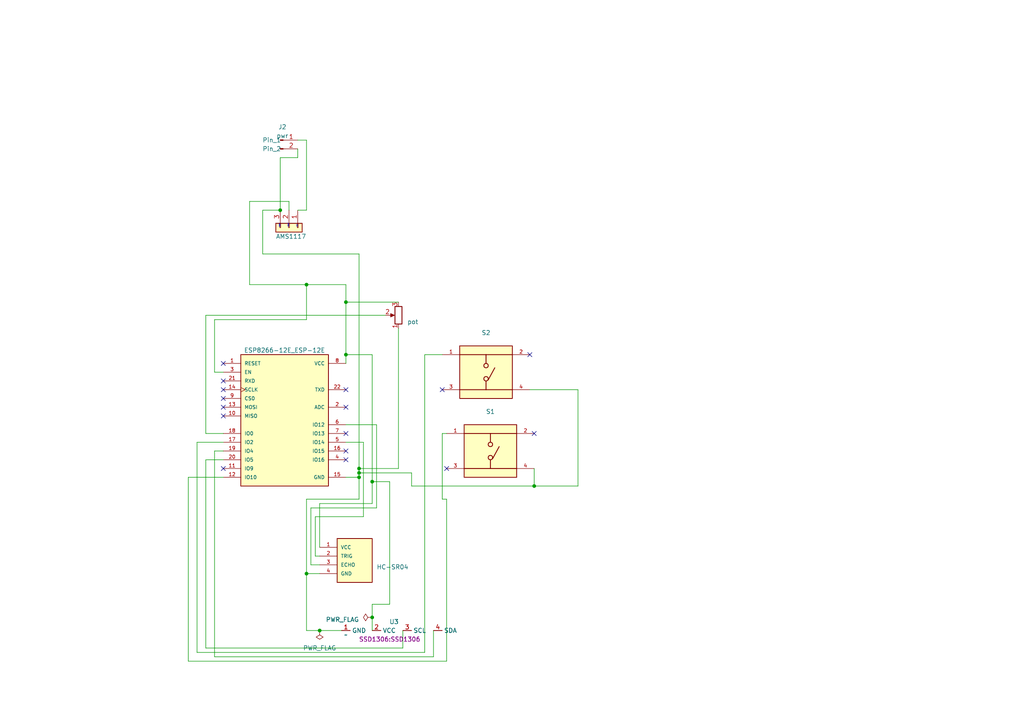
<source format=kicad_sch>
(kicad_sch (version 20230121) (generator eeschema)
  (paper "A4")
  (lib_symbols
    (symbol "Connector:Conn_01x02_Pin" (pin_names (offset 1.016))
      (property "Reference" "J" (at 0 2.54 0))
      (property "Value" "Conn_01x02_Pin" (at 0 -5.08 0))
      (symbol "Conn_01x02_Pin_1_1"
        (polyline (pts (xy 1.27 -2.54) (xy 0.8636 -2.54)) (stroke (width 0.1524)))
        (polyline (pts (xy 1.27 0) (xy 0.8636 0)) (stroke (width 0.1524)))
        (rectangle (start 0.8636 -2.413) (end 0 -2.667) (stroke (width 0.1524)) (fill (type outline)))
        (rectangle (start 0.8636 0.127) (end 0 -0.127) (stroke (width 0.1524)) (fill (type outline)))
        (pin passive line (at 5.08 0 180) (length 3.81) (name "Pin_1") (number "1"))
        (pin passive line (at 5.08 -2.54 180) (length 3.81) (name "Pin_2") (number "2"))
      )
    )
    (symbol "Connector_Generic:Conn_01x03" (pin_names (offset 1.016) hide)
      (property "Reference" "J" (at 0 5.08 0))
      (property "Value" "Conn_01x03" (at 0 -5.08 0))
      (symbol "Conn_01x03_1_1"
        (rectangle (start -1.27 -2.413) (end 0 -2.667) (stroke (width 0.1524)))
        (rectangle (start -1.27 0.127) (end 0 -0.127) (stroke (width 0.1524)))
        (rectangle (start -1.27 2.667) (end 0 2.413) (stroke (width 0.1524)))
        (rectangle (start -1.27 3.81) (end 1.27 -3.81) (stroke (width 0.254)) (fill (type background)))
        (pin passive line (at -5.08 2.54 0) (length 3.81) (name "Pin_1") (number "1"))
        (pin passive line (at -5.08 0 0) (length 3.81) (name "Pin_2") (number "2"))
        (pin passive line (at -5.08 -2.54 0) (length 3.81) (name "Pin_3") (number "3"))
      )
    )
    (symbol "Device:R_Potentiometer" (pin_names (offset 1.016) hide)
      (property "Reference" "RV" (at -4.445 0 90))
      (property "Value" "R_Potentiometer" (at -2.54 0 90))
      (symbol "R_Potentiometer_0_1"
        (polyline (pts (xy 2.54 0) (xy 1.524 0)))
        (polyline (pts (xy 1.143 0) (xy 2.286 0.508) (xy 2.286 -0.508) (xy 1.143 0)) (fill (type outline)))
        (rectangle (start 1.016 2.54) (end -1.016 -2.54) (stroke (width 0.254)))
      )
      (symbol "R_Potentiometer_1_1"
        (pin passive line (at 0 3.81 270) (length 1.27) (name "1") (number "1"))
        (pin passive line (at 3.81 0 180) (length 1.27) (name "2") (number "2"))
        (pin passive line (at 0 -3.81 90) (length 1.27) (name "3") (number "3"))
      )
    )
    (symbol "ESP8266-12E_ESP-12E:ESP8266-12E_ESP-12E" (pin_names (offset 1.016))
      (property "Reference" "U" (at -12.7161 18.3112 0))
      (property "Value" "ESP8266-12E_ESP-12E" (at -12.7084 -23.3835 0))
      (symbol "ESP8266-12E_ESP-12E_0_0"
        (rectangle (start -12.7 -20.32) (end 12.7 17.78) (stroke (width 0.254)) (fill (type background)))
        (pin input line (at -17.78 15.24 0) (length 5.08) (name "RESET") (number "1"))
        (pin bidirectional line (at -17.78 0 0) (length 5.08) (name "MISO") (number "10"))
        (pin bidirectional line (at -17.78 -15.24 0) (length 5.08) (name "IO9") (number "11"))
        (pin bidirectional line (at -17.78 -17.78 0) (length 5.08) (name "IO10") (number "12"))
        (pin bidirectional line (at -17.78 2.54 0) (length 5.08) (name "MOSI") (number "13"))
        (pin input clock (at -17.78 7.62 0) (length 5.08) (name "SCLK") (number "14"))
        (pin power_in line (at 17.78 -17.78 180) (length 5.08) (name "GND") (number "15"))
        (pin bidirectional line (at 17.78 -10.16 180) (length 5.08) (name "IO15") (number "16"))
        (pin bidirectional line (at -17.78 -7.62 0) (length 5.08) (name "IO2") (number "17"))
        (pin bidirectional line (at -17.78 -5.08 0) (length 5.08) (name "IO0") (number "18"))
        (pin bidirectional line (at -17.78 -10.16 0) (length 5.08) (name "IO4") (number "19"))
        (pin passive line (at 17.78 2.54 180) (length 5.08) (name "ADC") (number "2"))
        (pin bidirectional line (at -17.78 -12.7 0) (length 5.08) (name "IO5") (number "20"))
        (pin input line (at -17.78 10.16 0) (length 5.08) (name "RXD") (number "21"))
        (pin output line (at 17.78 7.62 180) (length 5.08) (name "TXD") (number "22"))
        (pin input line (at -17.78 12.7 0) (length 5.08) (name "EN") (number "3"))
        (pin bidirectional line (at 17.78 -12.7 180) (length 5.08) (name "IO16") (number "4"))
        (pin bidirectional line (at 17.78 -7.62 180) (length 5.08) (name "IO14") (number "5"))
        (pin bidirectional line (at 17.78 -2.54 180) (length 5.08) (name "IO12") (number "6"))
        (pin bidirectional line (at 17.78 -5.08 180) (length 5.08) (name "IO13") (number "7"))
        (pin power_in line (at 17.78 15.24 180) (length 5.08) (name "VCC") (number "8"))
        (pin input line (at -17.78 5.08 0) (length 5.08) (name "CS0") (number "9"))
      )
    )
    (symbol "HC-SR04:HC-SR04" (pin_names (offset 1.016))
      (property "Reference" "U" (at 0 5.0813 0))
      (property "Value" "HC-SR04" (at 0 -10.163 0))
      (symbol "HC-SR04_0_0"
        (rectangle (start 0 -7.62) (end 10.16 5.08) (stroke (width 0.254)) (fill (type background)))
        (pin power_in line (at -5.08 2.54 0) (length 5.08) (name "VCC") (number "1"))
        (pin bidirectional line (at -5.08 0 0) (length 5.08) (name "TRIG") (number "2"))
        (pin bidirectional line (at -5.08 -2.54 0) (length 5.08) (name "ECHO") (number "3"))
        (pin power_in line (at -5.08 -5.08 0) (length 5.08) (name "GND") (number "4"))
      )
    )
    (symbol "SSD1306_symbol:SSD1306"
      (property "Reference" "U" (at 0 0 0))
      (symbol "SSD1306_1_1"
        (pin power_in line (at -1.27 1.27 0) (length 2.54) (name "GND") (number "1"))
        (pin power_in line (at 7.62 1.27 0) (length 2.54) (name "VCC") (number "2"))
        (pin bidirectional line (at 16.51 1.27 0) (length 2.54) (name "SCL") (number "3"))
        (pin bidirectional line (at 25.4 1.27 0) (length 2.54) (name "SDA") (number "4"))
      )
    )
    (symbol "TS02-66-43-BK-100-SCR-D:TS02-66-43-BK-100-SCR-D" (pin_names (offset 1.016))
      (property "Reference" "S" (at -7.62 8.382 0))
      (property "Value" "TS02-66-43-BK-100-SCR-D" (at -7.62 -8.382 0))
      (symbol "TS02-66-43-BK-100-SCR-D_0_0"
        (rectangle (start -7.62 -7.62) (end 7.62 7.62) (stroke (width 0.254)) (fill (type background)))
        (circle (center 0 -1.905) (radius 0.635) (stroke (width 0.254)))
        (polyline (pts (xy 0 -5.08) (xy -7.62 -5.08)) (stroke (width 0.254)))
        (polyline (pts (xy 0 -5.08) (xy 7.62 -5.08)) (stroke (width 0.254)))
        (polyline (pts (xy 0 -2.54) (xy 0 -5.08)) (stroke (width 0.254)))
        (polyline (pts (xy 0 5.08) (xy -7.62 5.08)) (stroke (width 0.254)))
        (polyline (pts (xy 0 5.08) (xy 0 2.54)) (stroke (width 0.254)))
        (polyline (pts (xy 0 5.08) (xy 7.62 5.08)) (stroke (width 0.254)))
        (polyline (pts (xy 0.635 -2.2225) (xy 2.54 1.27)) (stroke (width 0.254)))
        (circle (center 0 1.905) (radius 0.635) (stroke (width 0.254)))
        (pin passive line (at -12.7 5.08 0) (length 5.08) (name "~") (number "1"))
        (pin passive line (at 12.7 5.08 180) (length 5.08) (name "~") (number "2"))
        (pin passive line (at -12.7 -5.08 0) (length 5.08) (name "~") (number "3"))
        (pin passive line (at 12.7 -5.08 180) (length 5.08) (name "~") (number "4"))
      )
    )
    (symbol "power:PWR_FLAG" (power) (pin_numbers hide) (pin_names (offset 0) hide)
      (property "Value" "PWR_FLAG" (at 0 3.81 0))
      (symbol "PWR_FLAG_0_0"
        (pin power_out line (at 0 0 90) (length 0) (name "pwr") (number "1"))
      )
      (symbol "PWR_FLAG_0_1"
        (polyline (pts (xy 0 0) (xy 0 1.27) (xy -1.016 1.905) (xy 0 2.54) (xy 1.016 1.905) (xy 0 1.27)))
      )
    )
  )
  (junction (at 100.33 102.87))
  (junction (at 104.14 135.89))
  (junction (at 107.95 139.7))
  (junction (at 88.9 166.37))
  (junction (at 100.33 87.63))
  (junction (at 92.71 182.88))
  (junction (at 81.28 60.96))
  (junction (at 88.9 82.55))
  (junction (at 104.14 137.16))
  (junction (at 154.94 140.97))
  (junction (at 104.14 138.43))
  (junction (at 107.95 179.07))
  (no_connect (at 64.77 110.49))
  (no_connect (at 64.77 118.11))
  (no_connect (at 100.33 113.03))
  (no_connect (at 129.54 135.89))
  (no_connect (at 154.94 125.73))
  (no_connect (at 153.67 102.87))
  (no_connect (at 64.77 135.89))
  (no_connect (at 64.77 105.41))
  (no_connect (at 100.33 118.11))
  (no_connect (at 64.77 113.03))
  (no_connect (at 100.33 125.73))
  (no_connect (at 128.27 113.03))
  (no_connect (at 64.77 115.57))
  (no_connect (at 64.77 120.65))
  (no_connect (at 100.33 133.35))
  (no_connect (at 100.33 130.81))
  (wire (pts (xy 128.27 144.78) (xy 128.27 125.73)))
  (wire (pts (xy 115.57 95.25) (xy 115.57 135.89)))
  (wire (pts (xy 83.82 58.42) (xy 72.39 58.42)))
  (wire (pts (xy 88.9 92.71) (xy 88.9 82.55)))
  (wire (pts (xy 59.69 187.96) (xy 59.69 133.35)))
  (wire (pts (xy 104.14 137.16) (xy 104.14 138.43)))
  (wire (pts (xy 88.9 144.78) (xy 104.14 144.78)))
  (wire (pts (xy 92.71 182.88) (xy 99.06 182.88)))
  (wire (pts (xy 62.23 107.95) (xy 62.23 92.71)))
  (wire (pts (xy 104.14 73.66) (xy 104.14 135.89)))
  (wire (pts (xy 107.95 102.87) (xy 100.33 102.87)))
  (wire (pts (xy 92.71 146.05) (xy 107.95 146.05)))
  (wire (pts (xy 91.44 149.86) (xy 105.41 149.86)))
  (wire (pts (xy 59.69 91.44) (xy 59.69 125.73)))
  (wire (pts (xy 59.69 125.73) (xy 64.77 125.73)))
  (wire (pts (xy 90.17 147.32) (xy 109.22 147.32)))
  (wire (pts (xy 105.41 128.27) (xy 100.33 128.27)))
  (wire (pts (xy 116.84 187.96) (xy 59.69 187.96)))
  (wire (pts (xy 154.94 140.97) (xy 119.38 140.97)))
  (wire (pts (xy 104.14 135.89) (xy 115.57 135.89)))
  (wire (pts (xy 86.36 40.64) (xy 88.9 40.64)))
  (wire (pts (xy 123.19 189.23) (xy 57.15 189.23)))
  (wire (pts (xy 125.73 190.5) (xy 62.23 190.5)))
  (wire (pts (xy 153.67 113.03) (xy 167.64 113.03)))
  (wire (pts (xy 72.39 82.55) (xy 88.9 82.55)))
  (wire (pts (xy 125.73 182.88) (xy 125.73 190.5)))
  (wire (pts (xy 167.64 140.97) (xy 154.94 140.97)))
  (wire (pts (xy 62.23 130.81) (xy 64.77 130.81)))
  (wire (pts (xy 119.38 140.97) (xy 119.38 137.16)))
  (wire (pts (xy 91.44 161.29) (xy 91.44 149.86)))
  (wire (pts (xy 107.95 179.07) (xy 107.95 182.88)))
  (wire (pts (xy 81.28 45.72) (xy 81.28 60.96)))
  (wire (pts (xy 57.15 128.27) (xy 64.77 128.27)))
  (wire (pts (xy 113.03 175.26) (xy 113.03 139.7)))
  (wire (pts (xy 62.23 190.5) (xy 62.23 130.81)))
  (wire (pts (xy 88.9 182.88) (xy 92.71 182.88)))
  (wire (pts (xy 81.28 60.96) (xy 76.2 60.96)))
  (wire (pts (xy 100.33 87.63) (xy 100.33 102.87)))
  (wire (pts (xy 88.9 182.88) (xy 88.9 166.37)))
  (wire (pts (xy 104.14 135.89) (xy 104.14 137.16)))
  (wire (pts (xy 88.9 166.37) (xy 88.9 144.78)))
  (wire (pts (xy 105.41 149.86) (xy 105.41 128.27)))
  (wire (pts (xy 100.33 138.43) (xy 104.14 138.43)))
  (wire (pts (xy 109.22 147.32) (xy 109.22 123.19)))
  (wire (pts (xy 111.76 91.44) (xy 59.69 91.44)))
  (wire (pts (xy 104.14 138.43) (xy 104.14 144.78)))
  (wire (pts (xy 92.71 158.75) (xy 92.71 146.05)))
  (wire (pts (xy 154.94 135.89) (xy 154.94 140.97)))
  (wire (pts (xy 76.2 73.66) (xy 104.14 73.66)))
  (wire (pts (xy 100.33 87.63) (xy 115.57 87.63)))
  (wire (pts (xy 54.61 138.43) (xy 64.77 138.43)))
  (wire (pts (xy 107.95 175.26) (xy 113.03 175.26)))
  (wire (pts (xy 100.33 102.87) (xy 100.33 105.41)))
  (wire (pts (xy 88.9 82.55) (xy 100.33 82.55)))
  (wire (pts (xy 92.71 163.83) (xy 90.17 163.83)))
  (wire (pts (xy 88.9 40.64) (xy 88.9 60.96)))
  (wire (pts (xy 123.19 102.87) (xy 123.19 189.23)))
  (wire (pts (xy 86.36 43.18) (xy 86.36 45.72)))
  (wire (pts (xy 128.27 125.73) (xy 129.54 125.73)))
  (wire (pts (xy 129.54 144.78) (xy 128.27 144.78)))
  (wire (pts (xy 54.61 191.77) (xy 129.54 191.77)))
  (wire (pts (xy 86.36 45.72) (xy 81.28 45.72)))
  (wire (pts (xy 128.27 102.87) (xy 123.19 102.87)))
  (wire (pts (xy 59.69 133.35) (xy 64.77 133.35)))
  (wire (pts (xy 57.15 189.23) (xy 57.15 128.27)))
  (wire (pts (xy 100.33 82.55) (xy 100.33 87.63)))
  (wire (pts (xy 88.9 60.96) (xy 86.36 60.96)))
  (wire (pts (xy 92.71 166.37) (xy 88.9 166.37)))
  (wire (pts (xy 76.2 60.96) (xy 76.2 73.66)))
  (wire (pts (xy 129.54 191.77) (xy 129.54 144.78)))
  (wire (pts (xy 83.82 60.96) (xy 83.82 58.42)))
  (wire (pts (xy 107.95 175.26) (xy 107.95 179.07)))
  (wire (pts (xy 54.61 191.77) (xy 54.61 138.43)))
  (wire (pts (xy 64.77 107.95) (xy 62.23 107.95)))
  (wire (pts (xy 72.39 58.42) (xy 72.39 82.55)))
  (wire (pts (xy 113.03 139.7) (xy 107.95 139.7)))
  (wire (pts (xy 90.17 163.83) (xy 90.17 147.32)))
  (wire (pts (xy 167.64 113.03) (xy 167.64 140.97)))
  (wire (pts (xy 104.14 137.16) (xy 119.38 137.16)))
  (wire (pts (xy 116.84 182.88) (xy 116.84 187.96)))
  (wire (pts (xy 62.23 92.71) (xy 88.9 92.71)))
  (wire (pts (xy 107.95 146.05) (xy 107.95 139.7)))
  (wire (pts (xy 92.71 161.29) (xy 91.44 161.29)))
  (wire (pts (xy 107.95 139.7) (xy 107.95 102.87)))
  (wire (pts (xy 100.33 123.19) (xy 109.22 123.19)))
  (text "VIN" (at 86.36 66.04 90) (effects (font (size 0.3 0.3)) (justify left bottom)))
  (text "VOUT" (at 83.82 66.04 90) (effects (font (size 0.3 0.3)) (justify left bottom)))
  (text "GND" (at 81.28 66.04 90) (effects (font (size 0.3 0.3)) (justify left bottom)))
  (symbol (lib_id "Connector_Generic:Conn_01x03") (at 83.82 66.04 270) (unit 1)
    (property "Reference" "J1" (effects hide))
    (property "Value" "AMS1117" (at 80.01 68.58 90) (effects (justify left)))
    (property "Footprint" "ams:ams_oma" (effects hide))
  )
  (symbol (lib_id "Device:R_Potentiometer") (at 115.57 91.44 180) (unit 1)
    (property "Reference" "RV1" (effects hide))
    (property "Value" "pot" (at 118.11 93.345 0) (effects (justify right)))
    (property "Footprint" "Pot_uus:Potentiometer_Alps_RK09Y11_Single_Horizontal" (effects hide))
  )
  (symbol (lib_id "power:PWR_FLAG") (at 92.71 182.88 180) (unit 1)
    (property "Reference" "#FLG02" (effects hide))
    (property "Value" "PWR_FLAG" (at 92.71 187.96 0))
  )
  (symbol (lib_id "TS02-66-43-BK-100-SCR-D:TS02-66-43-BK-100-SCR-D") (at 142.24 130.81 0) (unit 1)
    (property "Reference" "S1" (at 142.24 119.38 0))
    (property "Value" "TS02-66-43-BK-100-SCR-D" (effects hide))
    (property "Footprint" "Pushbutton:SW_TS02-66-43-BK-100-SCR-D" (effects hide))
    (property "MF" "Same Sky" (effects hide))
    (property "Description" "\n                        \n                            6 x 6 mm, 4.3 mm Actuator Height, 100 gf, Black, Short Crimped, Through Hole, SPST, Tactile Switch\n                        \n" (effects hide))
    (property "Package" "None" (effects hide))
    (property "Price" "None" (effects hide))
    (property "Check_prices" "https://www.snapeda.com/parts/TS02-66-43-BK-100-SCR-D/Same+Sky/view-part/?ref=eda" (effects hide))
    (property "STANDARD" "Manufacturer Recommendations" (effects hide))
    (property "PARTREV" "1.0" (effects hide))
    (property "SnapEDA_Link" "https://www.snapeda.com/parts/TS02-66-43-BK-100-SCR-D/Same+Sky/view-part/?ref=snap" (effects hide))
    (property "MP" "TS02-66-43-BK-100-SCR-D" (effects hide))
    (property "Availability" "In Stock" (effects hide))
    (property "MANUFACTURER" "CUI Devices" (effects hide))
  )
  (symbol (lib_id "TS02-66-43-BK-100-SCR-D:TS02-66-43-BK-100-SCR-D") (at 140.97 107.95 0) (unit 1)
    (property "Reference" "S2" (at 140.97 96.52 0))
    (property "Value" "TS02-66-43-BK-100-SCR-D" (effects hide))
    (property "Footprint" "Pushbutton:SW_TS02-66-43-BK-100-SCR-D" (effects hide))
    (property "MF" "Same Sky" (effects hide))
    (property "Description" "\n                        \n                            6 x 6 mm, 4.3 mm Actuator Height, 100 gf, Black, Short Crimped, Through Hole, SPST, Tactile Switch\n                        \n" (effects hide))
    (property "Package" "None" (effects hide))
    (property "Price" "None" (effects hide))
    (property "Check_prices" "https://www.snapeda.com/parts/TS02-66-43-BK-100-SCR-D/Same+Sky/view-part/?ref=eda" (effects hide))
    (property "STANDARD" "Manufacturer Recommendations" (effects hide))
    (property "PARTREV" "1.0" (effects hide))
    (property "SnapEDA_Link" "https://www.snapeda.com/parts/TS02-66-43-BK-100-SCR-D/Same+Sky/view-part/?ref=snap" (effects hide))
    (property "MP" "TS02-66-43-BK-100-SCR-D" (effects hide))
    (property "Availability" "In Stock" (effects hide))
    (property "MANUFACTURER" "CUI Devices" (effects hide))
  )
  (symbol (lib_id "SSD1306_symbol:SSD1306") (at 100.33 184.15 0) (unit 1)
    (property "Reference" "U3" (at 114.3 180.34 0))
    (property "Value" "~" (at 100.33 184.15 0))
    (property "Footprint" "SSD1306:SSD1306" (at 113.03 185.42 0))
  )
  (symbol (lib_id "HC-SR04:HC-SR04") (at 97.79 161.29 0) (unit 1)
    (property "Reference" "U1" (effects hide))
    (property "Value" "HC-SR04" (at 109.22 164.465 0) (effects (justify left)))
    (property "Footprint" "HC-SR04:XCVR_HC-SR04" (effects hide))
    (property "MF" "OSEPP Electronics LTD" (effects hide))
    (property "Description" "\n                        \n                            Ultrasonic Sensor Module,Rectangular,20-4000 mm,5 V,15 mA,Arduino Compatible | OSEPP HC-SR04\n                        \n" (effects hide))
    (property "Package" "None" (effects hide))
    (property "Price" "None" (effects hide))
    (property "Check_prices" "https://www.snapeda.com/parts/HC-SR04/OSEPP/view-part/?ref=eda" (effects hide))
    (property "SnapEDA_Link" "https://www.snapeda.com/parts/HC-SR04/OSEPP/view-part/?ref=snap" (effects hide))
    (property "MP" "HC-SR04" (effects hide))
    (property "Availability" "In Stock" (effects hide))
    (property "MANUFACTURER" "Osepp" (effects hide))
  )
  (symbol (lib_id "Connector:Conn_01x02_Pin") (at 81.28 40.64 0) (unit 1)
    (property "Reference" "J2" (at 81.915 36.83 0))
    (property "Value" "pwr" (at 81.915 39.37 0))
    (property "Footprint" "USB_pwr:USB_pwr" (effects hide))
  )
  (symbol (lib_id "ESP8266-12E_ESP-12E:ESP8266-12E_ESP-12E") (at 82.55 120.65 0) (unit 1)
    (property "Reference" "U2" (effects hide))
    (property "Value" "ESP8266-12E_ESP-12E" (at 82.55 101.6 0))
    (property "Footprint" "ESP-12E:XCVR_ESP8266-12E_ESP-12E" (effects hide))
    (property "MF" "AI-Thinker" (effects hide))
    (property "Description" "\n                        \n                            This WiFi module has a 32-bit MCU micro and clock speeds supporting 80 MHz or 160 MHz. Supports the RTOS and integrated Wi-Fi MAC/BB/RF/PA/LNA, and has an on-board antenna.\n                        \n" (effects hide))
    (property "Package" "None" (effects hide))
    (property "Price" "None" (effects hide))
    (property "Check_prices" "https://www.snapeda.com/parts/ESP8266-12E/ESP-12E/AI-Thinker/view-part/?ref=eda" (effects hide))
    (property "SnapEDA_Link" "https://www.snapeda.com/parts/ESP8266-12E/ESP-12E/AI-Thinker/view-part/?ref=snap" (effects hide))
    (property "MP" "ESP8266-12E/ESP-12E" (effects hide))
    (property "Availability" "Not in stock" (effects hide))
    (property "MANUFACTURER" "AI-Thinker" (effects hide))
  )
  (symbol (lib_id "power:PWR_FLAG") (at 107.95 179.07 90) (unit 1)
    (property "Reference" "#FLG01" (effects hide))
    (property "Value" "PWR_FLAG" (at 104.14 179.705 90) (effects (justify left)))
  )
)
</source>
